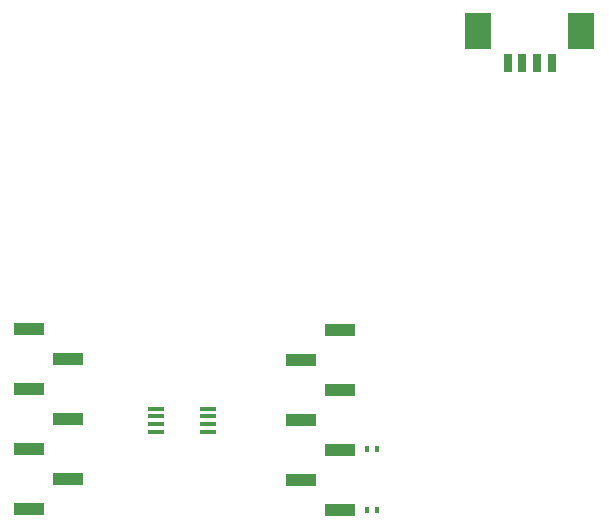
<source format=gbr>
G04 #@! TF.GenerationSoftware,KiCad,Pcbnew,(5.1.2)-2*
G04 #@! TF.CreationDate,2021-08-28T01:10:26-04:00*
G04 #@! TF.ProjectId,MAG_Plus,4d41475f-506c-4757-932e-6b696361645f,rev?*
G04 #@! TF.SameCoordinates,Original*
G04 #@! TF.FileFunction,Paste,Top*
G04 #@! TF.FilePolarity,Positive*
%FSLAX46Y46*%
G04 Gerber Fmt 4.6, Leading zero omitted, Abs format (unit mm)*
G04 Created by KiCad (PCBNEW (5.1.2)-2) date 2021-08-28 01:10:26*
%MOMM*%
%LPD*%
G04 APERTURE LIST*
%ADD10R,2.510000X1.000000*%
%ADD11R,0.800000X1.500000*%
%ADD12R,2.200000X3.100000*%
%ADD13R,1.450000X0.450000*%
%ADD14R,0.400000X0.600000*%
G04 APERTURE END LIST*
D10*
X149795000Y-289480000D03*
X149795000Y-294560000D03*
X149795000Y-299640000D03*
X149795000Y-304720000D03*
X153105000Y-292020000D03*
X153105000Y-297100000D03*
X153105000Y-302180000D03*
X172775000Y-292060000D03*
X172775000Y-297140000D03*
X172775000Y-302220000D03*
X176085000Y-289520000D03*
X176085000Y-294600000D03*
X176085000Y-299680000D03*
X176085000Y-304760000D03*
D11*
X194035000Y-266975000D03*
X192785000Y-266975000D03*
X191535000Y-266975000D03*
X190285000Y-266975000D03*
D12*
X196535000Y-264225000D03*
X187785000Y-264225000D03*
D13*
X164900000Y-298165000D03*
X164900000Y-297515000D03*
X164900000Y-296865000D03*
X164900000Y-296215000D03*
X160500000Y-296215000D03*
X160500000Y-296865000D03*
X160500000Y-297515000D03*
X160500000Y-298165000D03*
D14*
X179260000Y-304790000D03*
X178360000Y-304790000D03*
X178370000Y-299670000D03*
X179270000Y-299670000D03*
M02*

</source>
